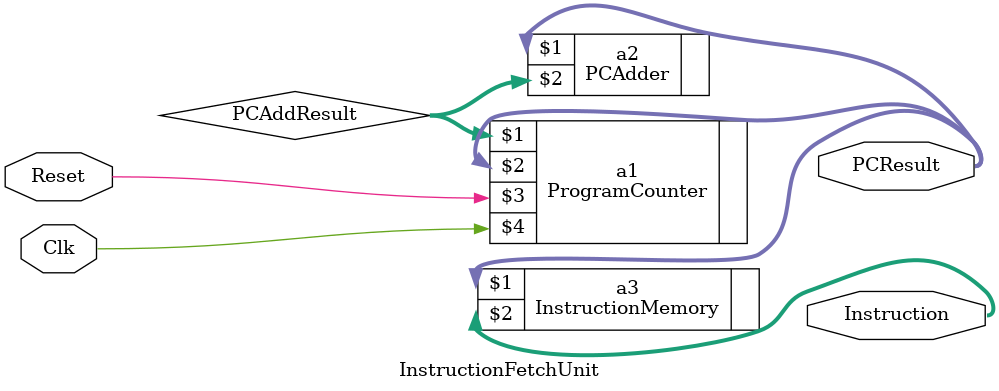
<source format=v>
`timescale 1ns / 1ps


module InstructionFetchUnit(Instruction, PCResult, Reset, Clk);

    /* Please fill in the implementation here... */
    input Reset, Clk;
    output [31:0] Instruction;
    output [31:0] PCResult;
    
    wire [31:0] PCAddResult;
    //wire ClkOut;
    //wire [31:0] PCResult; //do we need to declare this again?
    
    //ProgramCounter(Address, PCResult, Reset, Clk);
    ProgramCounter a1(PCAddResult, PCResult, Reset, Clk);
    
    //PCAdder(PCResult, PCAddResult);
    PCAdder a2(PCResult, PCAddResult);
    
    //InstructionMemory(Address, Instruction);
    InstructionMemory a3(PCResult, Instruction);
    
endmodule


</source>
